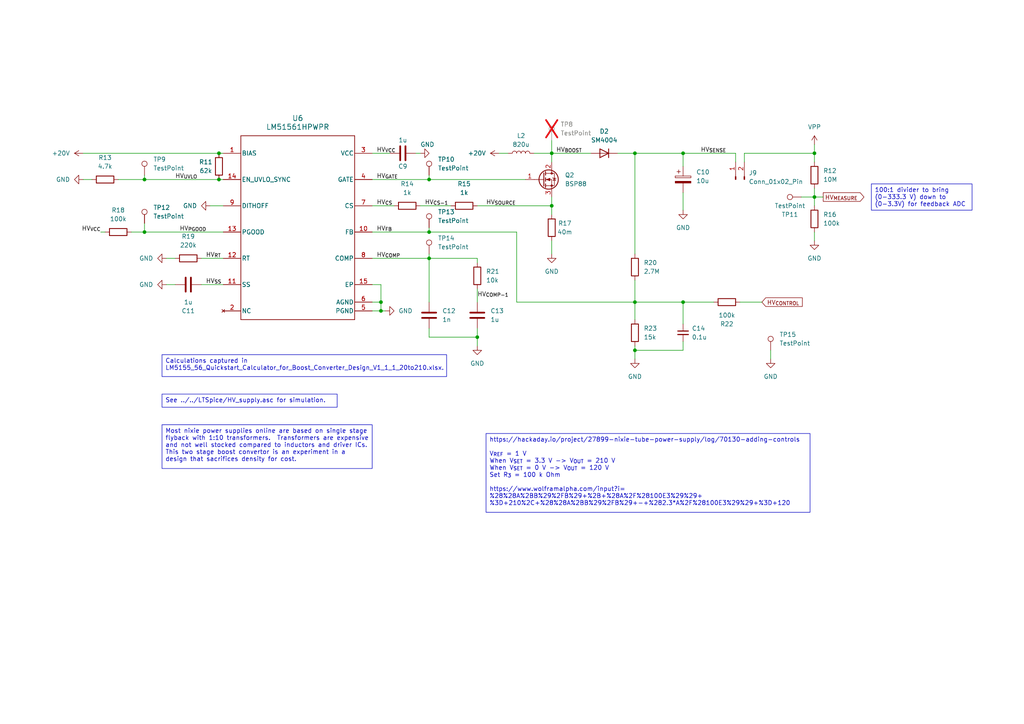
<source format=kicad_sch>
(kicad_sch (version 20230121) (generator eeschema)
  (paper "A4")
  (title_block (title "Nixie Accurate Clock") (rev "A") (company "Paul Willis"))
  (lib_symbols
    (symbol "00_lib:+20V" (power) (pin_names (offset 0)) (in_bom no) (on_board no)
      (property "Value" "+20V" (at 0 3.81 0))
      (symbol "+20V_0_1"
        (polyline (pts (xy -0.762 1.27) (xy 0 2.54)))
        (polyline (pts (xy 0 0) (xy 0 2.54)))
        (polyline (pts (xy 0 2.54) (xy 0.762 1.27)))
      )
      (symbol "+20V_1_1"
        (pin power_in line (at 0 0 90) (length 0) hide (name "+20V") (number "1"))
      )
    )
    (symbol "00_lib:BSP88" (pin_names hide)
      (property "Reference" "Q" (at 5.08 1.905 0))
      (property "Value" "BSP88" (at 5.08 0 0))
      (symbol "BSP88_0_1"
        (polyline (pts (xy 0.254 0) (xy -2.54 0)))
        (polyline (pts (xy 0.254 1.905) (xy 0.254 -1.905)) (stroke (width 0.254)))
        (polyline (pts (xy 0.762 -1.27) (xy 0.762 -2.286)) (stroke (width 0.254)))
        (polyline (pts (xy 0.762 0.508) (xy 0.762 -0.508)) (stroke (width 0.254)))
        (polyline (pts (xy 0.762 2.286) (xy 0.762 1.27)) (stroke (width 0.254)))
        (polyline (pts (xy 2.54 2.54) (xy 2.54 1.778)))
        (polyline (pts (xy 2.54 -2.54) (xy 2.54 0) (xy 0.762 0)))
        (polyline (pts (xy 0.762 -1.778) (xy 3.302 -1.778) (xy 3.302 1.778) (xy 0.762 1.778)))
        (polyline (pts (xy 1.016 0) (xy 2.032 0.381) (xy 2.032 -0.381) (xy 1.016 0)) (fill (type outline)))
        (polyline (pts (xy 2.794 0.508) (xy 2.921 0.381) (xy 3.683 0.381) (xy 3.81 0.254)))
        (polyline (pts (xy 3.302 0.381) (xy 2.921 -0.254) (xy 3.683 -0.254) (xy 3.302 0.381)))
        (circle (center 1.651 0) (radius 2.794) (stroke (width 0.254)))
        (circle (center 2.54 -1.778) (radius 0.254) (fill (type outline)))
        (circle (center 2.54 1.778) (radius 0.254) (fill (type outline)))
      )
      (symbol "BSP88_1_1"
        (pin input line (at -5.08 0 0) (length 2.54) (name "G") (number "1"))
        (pin passive line (at 2.54 5.08 270) (length 2.54) (name "D") (number "2"))
        (pin passive line (at 2.54 -5.08 90) (length 2.54) (name "S") (number "3"))
      )
    )
    (symbol "00_lib:LM51561HPWPR" (pin_names (offset 0.254))
      (property "Reference" "U3" (at 21.59 20.32 0))
      (property "Value" "LM51561HPWPR" (at 21.59 17.78 0))
      (property "Sim.Library" "lib.pretty\\LM5156-Q1_PSPICE_TRANS\\LM5156-Q1_TRANS.LIB" (at 21.59 15.24 0))
      (property "Sim.Name" "LM5156-Q1_TRANS" (at 21.59 12.7 0))
      (property "Sim.Device" "SUBCKT" (at 21.59 10.16 0))
      (property "Sim.Pins" "1=BIAS 3=VCC 5=GND 6=GATE 7=CS 8=COMP 9=DITHOFF 10=FB 11=SS 12=RT 13=PGOOD 14=UVLO_SYNC" (at 21.59 7.62 0))
      (symbol "LM51561HPWPR_0_1"
        (polyline (pts (xy 5.08 -48.26) (xy 38.1 -48.26)) (stroke (width 0.2032)))
        (polyline (pts (xy 5.08 5.08) (xy 5.08 -48.26)) (stroke (width 0.2032)))
        (polyline (pts (xy 38.1 -48.26) (xy 38.1 5.08)) (stroke (width 0.2032)))
        (polyline (pts (xy 38.1 5.08) (xy 5.08 5.08)) (stroke (width 0.2032)))
        (pin power_in line (at 0 0 0) (length 5.08) (name "BIAS") (number "1"))
        (pin input line (at 43.18 -22.86 180) (length 5.08) (name "FB") (number "10"))
        (pin input line (at 0 -38.1 0) (length 5.08) (name "SS") (number "11"))
        (pin input line (at 0 -30.48 0) (length 5.08) (name "RT") (number "12"))
        (pin open_collector line (at 0 -22.86 0) (length 5.08) (name "PGOOD") (number "13"))
        (pin input line (at 0 -7.62 0) (length 5.08) (name "EN_UVLO_SYNC") (number "14"))
        (pin passive line (at 43.18 -38.1 180) (length 5.08) (name "EP") (number "15"))
        (pin no_connect line (at 0 -45.72 0) (length 5.08) (name "NC") (number "2"))
        (pin power_out line (at 43.18 0 180) (length 5.08) (name "VCC") (number "3"))
        (pin output line (at 43.18 -7.62 180) (length 5.08) (name "GATE") (number "4"))
        (pin power_in line (at 43.18 -45.72 180) (length 5.08) (name "PGND") (number "5"))
        (pin power_in line (at 43.18 -43.18 180) (length 5.08) (name "AGND") (number "6"))
        (pin input line (at 43.18 -15.24 180) (length 5.08) (name "CS") (number "7"))
        (pin output line (at 43.18 -30.48 180) (length 5.08) (name "COMP") (number "8"))
        (pin input line (at 0 -15.24 0) (length 5.08) (name "DITHOFF") (number "9"))
      )
    )
    (symbol "Connector:Conn_01x02_Pin" (pin_names (offset 1.016) hide)
      (property "Reference" "J10" (at 1.905 -3.81 90))
      (property "Value" "Conn_01x02_Pin" (at -0.635 -3.81 90))
      (symbol "Conn_01x02_Pin_1_1"
        (polyline (pts (xy 1.27 -2.54) (xy 0.8636 -2.54)) (stroke (width 0.1524)))
        (polyline (pts (xy 1.27 0) (xy 0.8636 0)) (stroke (width 0.1524)))
        (rectangle (start 0.8636 -2.413) (end 0 -2.667) (stroke (width 0.1524)) (fill (type outline)))
        (rectangle (start 0.8636 0.127) (end 0 -0.127) (stroke (width 0.1524)) (fill (type outline)))
        (pin power_in line (at 5.08 0 180) (length 3.81) (name "Pin_1") (number "1"))
        (pin power_out line (at 5.08 -2.54 180) (length 3.81) (name "Pin_2") (number "2"))
      )
    )
    (symbol "Connector:TestPoint" (pin_numbers hide) (pin_names (offset 0.762) hide)
      (property "Reference" "TP" (at 0 6.858 0))
      (property "Value" "TestPoint" (at 0 5.08 0))
      (symbol "TestPoint_0_1"
        (circle (center 0 3.302) (radius 0.762))
      )
      (symbol "TestPoint_1_1"
        (pin passive line (at 0 0 90) (length 2.54) (name "1") (number "1"))
      )
    )
    (symbol "Device:C" (pin_numbers hide) (pin_names (offset 0.254))
      (property "Reference" "C" (at 0.635 2.54 0))
      (property "Value" "C" (at 0.635 -2.54 0))
      (symbol "C_0_1"
        (polyline (pts (xy -2.032 -0.762) (xy 2.032 -0.762)) (stroke (width 0.508)))
        (polyline (pts (xy -2.032 0.762) (xy 2.032 0.762)) (stroke (width 0.508)))
      )
      (symbol "C_1_1"
        (pin passive line (at 0 3.81 270) (length 2.794) (name "~") (number "1"))
        (pin passive line (at 0 -3.81 90) (length 2.794) (name "~") (number "2"))
      )
    )
    (symbol "Device:C_Polarized" (pin_numbers hide) (pin_names (offset 0.254))
      (property "Reference" "C" (at 0.635 2.54 0))
      (property "Value" "C_Polarized" (at 0.635 -2.54 0))
      (symbol "C_Polarized_0_1"
        (rectangle (start -2.286 0.508) (end 2.286 1.016))
        (polyline (pts (xy -1.778 2.286) (xy -0.762 2.286)))
        (polyline (pts (xy -1.27 2.794) (xy -1.27 1.778)))
        (rectangle (start 2.286 -0.508) (end -2.286 -1.016) (fill (type outline)))
      )
      (symbol "C_Polarized_1_1"
        (pin passive line (at 0 3.81 270) (length 2.794) (name "~") (number "1"))
        (pin passive line (at 0 -3.81 90) (length 2.794) (name "~") (number "2"))
      )
    )
    (symbol "Device:C_Small" (pin_numbers hide) (pin_names (offset 0.254) hide)
      (property "Reference" "C18" (at -2.54 1.2637 0))
      (property "Value" "0.1u" (at -2.54 -1.2763 0))
      (symbol "C_Small_0_1"
        (polyline (pts (xy -1.524 -0.508) (xy 1.524 -0.508)) (stroke (width 0.3302)))
        (polyline (pts (xy -1.524 0.508) (xy 1.524 0.508)) (stroke (width 0.3048)))
      )
      (symbol "C_Small_1_1"
        (pin passive line (at 0 2.54 270) (length 2.032) (name "~") (number "1"))
        (pin passive line (at 0 -2.54 90) (length 2.032) (name "~") (number "2"))
      )
    )
    (symbol "Device:L" (pin_numbers hide) (pin_names (offset 1.016) hide)
      (property "Reference" "L" (at -1.27 0 90))
      (property "Value" "L" (at 1.905 0 90))
      (symbol "L_0_1"
        (arc (start 0 -2.54) (mid 0.6323 -1.905) (end 0 -1.27))
        (arc (start 0 -1.27) (mid 0.6323 -0.635) (end 0 0))
        (arc (start 0 0) (mid 0.6323 0.635) (end 0 1.27))
        (arc (start 0 1.27) (mid 0.6323 1.905) (end 0 2.54))
      )
      (symbol "L_1_1"
        (pin passive line (at 0 3.81 270) (length 1.27) (name "1") (number "1"))
        (pin passive line (at 0 -3.81 90) (length 1.27) (name "2") (number "2"))
      )
    )
    (symbol "Device:R" (pin_numbers hide) (pin_names (offset 0))
      (property "Reference" "R" (at 2.032 0 90))
      (property "Value" "R" (at 0 0 90))
      (symbol "R_0_1"
        (rectangle (start -1.016 -2.54) (end 1.016 2.54) (stroke (width 0.254)))
      )
      (symbol "R_1_1"
        (pin passive line (at 0 3.81 270) (length 1.27) (name "~") (number "1"))
        (pin passive line (at 0 -3.81 90) (length 1.27) (name "~") (number "2"))
      )
    )
    (symbol "Diode:SM4004" (pin_numbers hide) (pin_names hide)
      (property "Reference" "D2" (at 0 -6.35 0))
      (property "Value" "SM4004" (at 0 -3.81 0))
      (symbol "SM4004_0_1"
        (polyline (pts (xy -1.27 1.27) (xy -1.27 -1.27)) (stroke (width 0.254)))
        (polyline (pts (xy 1.27 0) (xy -1.27 0)))
        (polyline (pts (xy 1.27 1.27) (xy 1.27 -1.27) (xy -1.27 0) (xy 1.27 1.27)) (stroke (width 0.254)))
      )
      (symbol "SM4004_1_1"
        (pin power_out line (at -3.81 0 0) (length 2.54) (name "K") (number "1"))
        (pin passive line (at 3.81 0 180) (length 2.54) (name "A") (number "2"))
      )
    )
    (symbol "power:GND" (power) (pin_names (offset 0))
      (property "Value" "GND" (at 0 -3.81 0))
      (symbol "GND_0_1"
        (polyline (pts (xy 0 0) (xy 0 -1.27) (xy 1.27 -1.27) (xy 0 -2.54) (xy -1.27 -1.27) (xy 0 -1.27)))
      )
      (symbol "GND_1_1"
        (pin power_in line (at 0 0 270) (length 0) hide (name "GND") (number "1"))
      )
    )
    (symbol "power:VPP" (power) (pin_names (offset 0))
      (property "Value" "VPP" (at 0 3.81 0))
      (symbol "VPP_0_1"
        (polyline (pts (xy -0.762 1.27) (xy 0 2.54)))
        (polyline (pts (xy 0 0) (xy 0 2.54)))
        (polyline (pts (xy 0 2.54) (xy 0.762 1.27)))
      )
      (symbol "VPP_1_1"
        (pin power_in line (at 0 0 90) (length 0) hide (name "VPP") (number "1"))
      )
    )
  )
  (junction (at 63.5 44.45))
  (junction (at 41.91 52.07))
  (junction (at 236.22 44.45))
  (junction (at 110.49 90.17))
  (junction (at 124.46 52.07))
  (junction (at 184.15 101.6))
  (junction (at 198.12 87.63))
  (junction (at 63.5 52.07))
  (junction (at 110.49 87.63))
  (junction (at 160.02 59.69))
  (junction (at 160.02 44.45))
  (junction (at 184.15 87.63))
  (junction (at 138.43 97.79))
  (junction (at 236.22 57.15))
  (junction (at 184.15 44.45))
  (junction (at 41.91 67.31))
  (junction (at 198.12 44.45))
  (junction (at 124.46 67.31))
  (junction (at 124.46 74.93))
  (wire (pts (xy 48.26 74.93) (xy 50.8 74.93)))
  (wire (pts (xy 184.15 87.63) (xy 198.12 87.63)))
  (wire (pts (xy 236.22 44.45) (xy 236.22 46.99)))
  (wire (pts (xy 184.15 87.63) (xy 184.15 92.71)))
  (wire (pts (xy 198.12 44.45) (xy 213.36 44.45)))
  (wire (pts (xy 214.63 87.63) (xy 220.98 87.63)))
  (wire (pts (xy 107.95 74.93) (xy 124.46 74.93)))
  (wire (pts (xy 198.12 44.45) (xy 198.12 48.26)))
  (wire (pts (xy 184.15 44.45) (xy 198.12 44.45)))
  (wire (pts (xy 48.26 82.55) (xy 50.8 82.55)))
  (wire (pts (xy 236.22 41.91) (xy 236.22 44.45)))
  (wire (pts (xy 184.15 101.6) (xy 184.15 100.33)))
  (wire (pts (xy 124.46 67.31) (xy 149.86 67.31)))
  (wire (pts (xy 138.43 87.63) (xy 138.43 83.82)))
  (wire (pts (xy 179.07 44.45) (xy 184.15 44.45)))
  (wire (pts (xy 114.3 59.69) (xy 107.95 59.69)))
  (wire (pts (xy 124.46 97.79) (xy 138.43 97.79)))
  (wire (pts (xy 121.92 44.45) (xy 120.65 44.45)))
  (wire (pts (xy 24.13 44.45) (xy 63.5 44.45)))
  (wire (pts (xy 124.46 52.07) (xy 152.4 52.07)))
  (wire (pts (xy 160.02 40.64) (xy 160.02 44.45)))
  (wire (pts (xy 34.29 52.07) (xy 41.91 52.07)))
  (wire (pts (xy 198.12 99.06) (xy 198.12 101.6)))
  (wire (pts (xy 124.46 74.93) (xy 124.46 87.63)))
  (wire (pts (xy 236.22 54.61) (xy 236.22 57.15)))
  (wire (pts (xy 29.21 67.31) (xy 30.48 67.31)))
  (wire (pts (xy 58.42 82.55) (xy 64.77 82.55)))
  (wire (pts (xy 107.95 44.45) (xy 113.03 44.45)))
  (wire (pts (xy 41.91 67.31) (xy 64.77 67.31)))
  (wire (pts (xy 110.49 90.17) (xy 111.76 90.17)))
  (wire (pts (xy 107.95 90.17) (xy 110.49 90.17)))
  (wire (pts (xy 41.91 52.07) (xy 63.5 52.07)))
  (wire (pts (xy 184.15 104.14) (xy 184.15 101.6)))
  (wire (pts (xy 38.1 67.31) (xy 41.91 67.31)))
  (wire (pts (xy 184.15 73.66) (xy 184.15 44.45)))
  (wire (pts (xy 160.02 73.66) (xy 160.02 69.85)))
  (wire (pts (xy 198.12 87.63) (xy 198.12 93.98)))
  (wire (pts (xy 160.02 44.45) (xy 160.02 46.99)))
  (wire (pts (xy 110.49 82.55) (xy 110.49 87.63)))
  (wire (pts (xy 223.52 104.14) (xy 223.52 101.6)))
  (wire (pts (xy 124.46 73.66) (xy 124.46 74.93)))
  (wire (pts (xy 26.67 52.07) (xy 24.13 52.07)))
  (wire (pts (xy 232.41 57.15) (xy 236.22 57.15)))
  (wire (pts (xy 107.95 82.55) (xy 110.49 82.55)))
  (wire (pts (xy 58.42 74.93) (xy 64.77 74.93)))
  (wire (pts (xy 110.49 87.63) (xy 110.49 90.17)))
  (wire (pts (xy 107.95 87.63) (xy 110.49 87.63)))
  (wire (pts (xy 236.22 57.15) (xy 238.76 57.15)))
  (wire (pts (xy 107.95 67.31) (xy 124.46 67.31)))
  (wire (pts (xy 63.5 52.07) (xy 64.77 52.07)))
  (wire (pts (xy 215.9 46.99) (xy 215.9 44.45)))
  (wire (pts (xy 138.43 76.2) (xy 138.43 74.93)))
  (wire (pts (xy 213.36 46.99) (xy 213.36 44.45)))
  (wire (pts (xy 149.86 67.31) (xy 149.86 87.63)))
  (wire (pts (xy 198.12 87.63) (xy 207.01 87.63)))
  (wire (pts (xy 236.22 67.31) (xy 236.22 69.85)))
  (wire (pts (xy 184.15 81.28) (xy 184.15 87.63)))
  (wire (pts (xy 160.02 59.69) (xy 160.02 62.23)))
  (wire (pts (xy 138.43 97.79) (xy 138.43 100.33)))
  (wire (pts (xy 184.15 101.6) (xy 198.12 101.6)))
  (wire (pts (xy 41.91 64.77) (xy 41.91 67.31)))
  (wire (pts (xy 138.43 59.69) (xy 160.02 59.69)))
  (wire (pts (xy 215.9 44.45) (xy 236.22 44.45)))
  (wire (pts (xy 138.43 95.25) (xy 138.43 97.79)))
  (wire (pts (xy 160.02 57.15) (xy 160.02 59.69)))
  (wire (pts (xy 124.46 95.25) (xy 124.46 97.79)))
  (wire (pts (xy 41.91 50.8) (xy 41.91 52.07)))
  (wire (pts (xy 154.94 44.45) (xy 160.02 44.45)))
  (wire (pts (xy 124.46 74.93) (xy 138.43 74.93)))
  (wire (pts (xy 149.86 87.63) (xy 184.15 87.63)))
  (wire (pts (xy 107.95 52.07) (xy 124.46 52.07)))
  (wire (pts (xy 124.46 50.8) (xy 124.46 52.07)))
  (wire (pts (xy 63.5 44.45) (xy 64.77 44.45)))
  (wire (pts (xy 198.12 55.88) (xy 198.12 60.96)))
  (wire (pts (xy 121.92 59.69) (xy 130.81 59.69)))
  (wire (pts (xy 144.78 44.45) (xy 147.32 44.45)))
  (wire (pts (xy 124.46 66.04) (xy 124.46 67.31)))
  (wire (pts (xy 160.02 44.45) (xy 171.45 44.45)))
  (wire (pts (xy 236.22 57.15) (xy 236.22 59.69)))
  (wire (pts (xy 60.96 59.69) (xy 64.77 59.69)))
  (text_box "100:1 divider to bring (0-333.3 V) down to (0-3.3V) for feedback ADC" (at 252.73 53.34 0) (size 29.21 7.62) (effects (font (size 1.27 1.27)) (justify left top)))
  (text_box "Calculations captured in LM5155_56_Quickstart_Calculator_for_Boost_Converter_Design_V1_1_1_20to210.xlsx." (at 46.99 102.87 0) (size 82.55 6.35) (effects (font (size 1.27 1.27)) (justify left top)))
  (text_box "https://hackaday.io/project/27899-nixie-tube-power-supply/log/70130-adding-controls\n\nV_{REF} = 1 V\nWhen V_{SET} = 3.3 V -> V_{OUT} = 210 V\nWhen V_{SET} = 0 V -> V_{OUT} = 120 V\nSet R_{3} = 100 k Ohm\n\nhttps://www.wolframalpha.com/input?i=\n%28%28A%2BB%29%2FB%29+%2B+%28A%2F%28100E3%29%29+\n%3D+210%2C+%28%28A%2BB%29%2FB%29+-+%282.3*A%2F%28100E3%29%29+%3D+120" (at 140.97 125.73 0) (size 93.98 22.86) (effects (font (size 1.27 1.27)) (justify left top)))
  (text_box "See ../../LTSpice/HV_supply.asc for simulation." (at 46.99 114.3 0) (size 50.8 3.81) (effects (font (size 1.27 1.27)) (justify left top)))
  (text_box "Most nixie power supplies online are based on single stage flyback with 1:10 transformers.  Transformers are expensive and not well stocked compared to inductors and driver ICs.  This two stage boost convertor is an experiment in a design that sacrifices density for cost." (at 46.99 123.19 0) (size 60.96 12.7) (effects (font (size 1.27 1.27)) (justify left top)))
  (label "HV_{COMP-1}" (at 138.43 86.36 0))
  (label "HV_{PGOOD}" (at 52.07 67.31 0))
  (label "HV_{SOURCE}" (at 140.97 59.69 0))
  (label "HV_{VCC}" (at 109.22 44.45 0))
  (label "HV_{CS-1}" (at 123.19 59.69 0))
  (label "HV_{UVLO}" (at 50.8 52.07 0))
  (label "HV_{BOOST}" (at 161.29 44.45 0))
  (label "HV_{RT}" (at 59.69 74.93 0))
  (label "HV_{SS}" (at 59.69 82.55 0))
  (label "HV_{CS}" (at 109.22 59.69 0))
  (label "HV_{SENSE}" (at 203.2 44.45 0))
  (label "HV_{GATE}" (at 109.22 52.07 0))
  (label "HV_{FB}" (at 109.22 67.31 0))
  (label "HV_{VCC}" (at 29.21 67.31 180))
  (label "HV_{COMP}" (at 109.22 74.93 0))
  (global_label "HV_{CONTROL}" (shape input) (at 220.98 87.63 0) (property "Intersheetrefs" "${INTERSHEET_REFS}" (effects hide)))
  (global_label "HV_{MEASURE}" (shape output) (at 238.76 57.15 0) (property "Intersheetrefs" "${INTERSHEET_REFS}" (effects hide)))
  (symbol (lib_id "Device:R") (at 160.02 66.04 0) (mirror y) (unit 1)
    (property "Reference" "R17" (at 163.83 64.77 0))
    (property "Value" "40m" (at 163.83 67.31 0))
    (property "Footprint" "Resistor_SMD:R_0201_0603Metric" (effects hide))
    (property "Datasheet" "https://www.vishay.com/docs/30122/wslp.pdf" (effects hide))
    (property "Model" "WSLP0603R0400FEB" (effects hide))
  )
  (symbol (lib_id "00_lib:+20V") (at 144.78 44.45 90) (unit 1) (in_bom no) (on_board no)
    (property "Reference" "#PWR043" (effects hide))
    (property "Value" "+20V" (at 140.97 44.45 90) (effects (justify left)))
    (property "Sim.Enable" "0" (effects hide))
  )
  (symbol (lib_id "power:GND") (at 111.76 90.17 90) (unit 1)
    (property "Reference" "#PWR051" (effects hide))
    (property "Value" "GND" (at 115.57 90.17 90) (effects (justify right)))
  )
  (symbol (lib_id "power:GND") (at 223.52 104.14 0) (unit 1)
    (property "Reference" "#PWR054" (effects hide))
    (property "Value" "GND" (at 223.52 109.22 0))
  )
  (symbol (lib_id "power:GND") (at 24.13 52.07 270) (unit 1)
    (property "Reference" "#PWR044" (effects hide))
    (property "Value" "GND" (at 20.32 52.07 90) (effects (justify right)))
  )
  (symbol (lib_id "Device:L") (at 151.13 44.45 90) (unit 1)
    (property "Reference" "L2" (at 151.13 39.37 90))
    (property "Value" "820u" (at 151.13 41.91 90))
    (property "Footprint" "00_lib:IND_MSS1583_COC" (effects hide))
    (property "Datasheet" "https://www.coilcraft.com/getmedia/fbfe8ea7-f5d8-4484-859e-2285f427326d/mss1583.pdf" (effects hide))
    (property "Model" "MSS1583-824K" (effects hide))
  )
  (symbol (lib_id "Device:R") (at 30.48 52.07 270) (unit 1)
    (property "Reference" "R13" (at 30.48 45.72 90))
    (property "Value" "4.7k" (at 30.48 48.26 90))
    (property "Footprint" "Resistor_SMD:R_0603_1608Metric" (effects hide))
  )
  (symbol (lib_id "Connector:TestPoint") (at 124.46 66.04 0) (unit 1)
    (property "Reference" "TP13" (at 127 61.468 0) (effects (justify left)))
    (property "Value" "TestPoint" (at 127 64.008 0) (effects (justify left)))
    (property "Footprint" "TestPoint:TestPoint_Loop_D2.54mm_Drill1.5mm_Beaded" (effects hide))
    (property "Datasheet" "https://www.keyelco.com/userAssets/file/M65p56.pdf" (effects hide))
    (property "Model" "5001" (effects hide))
    (property "Sim.Enable" "0" (effects hide))
  )
  (symbol (lib_id "Device:C") (at 124.46 91.44 0) (unit 1)
    (property "Reference" "C12" (at 128.27 90.17 0) (effects (justify left)))
    (property "Value" "1n" (at 128.27 92.71 0) (effects (justify left)))
    (property "Footprint" "Capacitor_SMD:C_0603_1608Metric" (effects hide))
    (property "Sim.Device" "C" (effects hide))
    (property "Sim.Pins" "1=+ 2=-" (effects hide))
  )
  (symbol (lib_id "Device:R") (at 54.61 74.93 90) (unit 1)
    (property "Reference" "R19" (at 54.61 68.58 90))
    (property "Value" "220k" (at 54.61 71.12 90))
    (property "Footprint" "Resistor_SMD:R_0603_1608Metric" (effects hide))
  )
  (symbol (lib_id "power:GND") (at 236.22 69.85 0) (unit 1)
    (property "Reference" "#PWR047" (effects hide))
    (property "Value" "GND" (at 236.22 74.93 0))
  )
  (symbol (lib_id "Device:R") (at 210.82 87.63 90) (mirror x) (unit 1)
    (property "Reference" "R22" (at 210.82 93.98 90))
    (property "Value" "100k" (at 210.82 91.44 90))
    (property "Footprint" "Resistor_SMD:R_0603_1608Metric" (effects hide))
    (property "Sim.Enable" "0" (effects hide))
  )
  (symbol (lib_id "power:GND") (at 184.15 104.14 0) (unit 1)
    (property "Reference" "#PWR053" (effects hide))
    (property "Value" "GND" (at 184.15 109.22 0))
  )
  (symbol (lib_id "Device:R") (at 184.15 96.52 180) (unit 1)
    (property "Reference" "R23" (at 186.69 95.25 0) (effects (justify right)))
    (property "Value" "15k" (at 186.69 97.79 0) (effects (justify right)))
    (property "Footprint" "Resistor_SMD:R_0603_1608Metric" (effects hide))
    (property "Datasheet" "https://www.yageo.com/upload/media/product/app/datasheet/rchip/pyu-rc_group_51_rohs_l.pdf" (effects hide))
    (property "Model" "RC0603FR-071K5L" (effects hide))
  )
  (symbol (lib_id "Device:C") (at 138.43 91.44 0) (unit 1)
    (property "Reference" "C13" (at 142.24 90.17 0) (effects (justify left)))
    (property "Value" "1u" (at 142.24 92.71 0) (effects (justify left)))
    (property "Footprint" "Capacitor_SMD:C_0603_1608Metric" (effects hide))
    (property "Datasheet" "https://mm.digikey.com/Volume0/opasdata/d220001/medias/docus/609/CL10A105KA8NNNC_Spec.pdf" (effects hide))
    (property "Model" "CL10A105KA8NNNC" (effects hide))
    (property "Sim.Device" "C" (effects hide))
    (property "Sim.Pins" "1=+ 2=-" (effects hide))
  )
  (symbol (lib_id "power:GND") (at 198.12 60.96 0) (unit 1)
    (property "Reference" "#PWR046" (effects hide))
    (property "Value" "GND" (at 198.12 66.04 0))
  )
  (symbol (lib_id "Connector:TestPoint") (at 160.02 40.64 0) (unit 1) (dnp yes)
    (property "Reference" "TP8" (at 162.56 36.068 0) (effects (justify left)))
    (property "Value" "TestPoint" (at 162.56 38.608 0) (effects (justify left)))
    (property "Footprint" "TestPoint:TestPoint_Loop_D2.54mm_Drill1.5mm_Beaded" (effects hide))
    (property "Datasheet" "https://www.keyelco.com/userAssets/file/M65p56.pdf" (effects hide))
    (property "Model" "5001" (effects hide))
    (property "Sim.Enable" "0" (effects hide))
  )
  (symbol (lib_id "power:GND") (at 160.02 73.66 0) (unit 1)
    (property "Reference" "#PWR048" (effects hide))
    (property "Value" "GND" (at 160.02 78.74 0))
  )
  (symbol (lib_id "Device:R") (at 63.5 48.26 180) (unit 1)
    (property "Reference" "R11" (at 59.69 46.99 0))
    (property "Value" "62k" (at 59.69 49.53 0))
    (property "Footprint" "Resistor_SMD:R_0201_0603Metric" (effects hide))
    (property "Datasheet" "https://www.seielect.com/catalog/sei-rmcf_rmcp.pdf" (effects hide))
    (property "Model" "RMCF0603FT62K0" (effects hide))
  )
  (symbol (lib_id "power:GND") (at 48.26 74.93 270) (unit 1)
    (property "Reference" "#PWR049" (effects hide))
    (property "Value" "GND" (at 44.45 74.93 90) (effects (justify right)))
  )
  (symbol (lib_id "Diode:SM4004") (at 175.26 44.45 180) (unit 1)
    (property "Reference" "D2" (at 175.26 38.1 0))
    (property "Value" "SM4004" (at 175.26 40.64 0))
    (property "Footprint" "Diode_SMD:D_MELF" (effects hide))
    (property "Datasheet" "http://cdn-reichelt.de/documents/datenblatt/A400/SMD1N400%23DIO.pdf" (effects hide))
    (property "Sim.Device" "D" (effects hide))
    (property "Sim.Pins" "1=K 2=A" (effects hide))
  )
  (symbol (lib_id "power:GND") (at 48.26 82.55 270) (unit 1)
    (property "Reference" "#PWR050" (effects hide))
    (property "Value" "GND" (at 44.45 82.55 90) (effects (justify right)))
  )
  (symbol (lib_id "Device:R") (at 34.29 67.31 270) (unit 1)
    (property "Reference" "R18" (at 34.29 60.96 90))
    (property "Value" "100k" (at 34.29 63.5 90))
    (property "Footprint" "Resistor_SMD:R_0603_1608Metric" (effects hide))
  )
  (symbol (lib_id "Device:C_Small") (at 198.12 96.52 0) (mirror y) (unit 1)
    (property "Reference" "C14" (at 200.66 95.2563 0) (effects (justify right)))
    (property "Value" "0.1u" (at 200.66 97.7963 0) (effects (justify right)))
    (property "Footprint" "Capacitor_SMD:C_0603_1608Metric" (effects hide))
    (property "Sim.Enable" "0" (effects hide))
  )
  (symbol (lib_id "Connector:TestPoint") (at 41.91 64.77 0) (unit 1)
    (property "Reference" "TP12" (at 44.45 60.198 0) (effects (justify left)))
    (property "Value" "TestPoint" (at 44.45 62.738 0) (effects (justify left)))
    (property "Footprint" "TestPoint:TestPoint_Loop_D2.54mm_Drill1.5mm_Beaded" (effects hide))
    (property "Datasheet" "https://www.keyelco.com/userAssets/file/M65p56.pdf" (effects hide))
    (property "Model" "5001" (effects hide))
    (property "Sim.Enable" "0" (effects hide))
  )
  (symbol (lib_id "Device:R") (at 236.22 50.8 0) (unit 1)
    (property "Reference" "R12" (at 238.76 49.53 0) (effects (justify left)))
    (property "Value" "10M" (at 238.76 52.07 0) (effects (justify left)))
    (property "Footprint" "Resistor_SMD:R_0603_1608Metric" (effects hide))
    (property "Sim.Enable" "0" (effects hide))
  )
  (symbol (lib_id "Connector:TestPoint") (at 223.52 101.6 0) (unit 1)
    (property "Reference" "TP15" (at 226.06 97.028 0) (effects (justify left)))
    (property "Value" "TestPoint" (at 226.06 99.568 0) (effects (justify left)))
    (property "Footprint" "TestPoint:TestPoint_Loop_D2.54mm_Drill1.5mm_Beaded" (effects hide))
    (property "Datasheet" "https://www.keyelco.com/userAssets/file/M65p56.pdf" (effects hide))
    (property "Model" "5001" (effects hide))
    (property "Sim.Enable" "0" (effects hide))
  )
  (symbol (lib_id "Connector:TestPoint") (at 41.91 50.8 0) (unit 1)
    (property "Reference" "TP9" (at 44.45 46.228 0) (effects (justify left)))
    (property "Value" "TestPoint" (at 44.45 48.768 0) (effects (justify left)))
    (property "Footprint" "TestPoint:TestPoint_Loop_D2.54mm_Drill1.5mm_Beaded" (effects hide))
    (property "Datasheet" "https://www.keyelco.com/userAssets/file/M65p56.pdf" (effects hide))
    (property "Model" "5001" (effects hide))
    (property "Sim.Enable" "0" (effects hide))
  )
  (symbol (lib_id "power:GND") (at 60.96 59.69 270) (unit 1)
    (property "Reference" "#PWR045" (effects hide))
    (property "Value" "GND" (at 57.15 59.69 90) (effects (justify right)))
  )
  (symbol (lib_id "00_lib:LM51561HPWPR") (at 64.77 44.45 0) (unit 1)
    (property "Reference" "U6" (at 86.36 34.29 0) (effects (font (size 1.524 1.524))))
    (property "Value" "LM51561HPWPR" (at 86.36 36.83 0) (effects (font (size 1.524 1.524))))
    (property "Footprint" "00_lib:PWP0014H-IPC_C" (effects hide))
    (property "Datasheet" "LM51561HPWPR" (effects hide))
  )
  (symbol (lib_id "Connector:TestPoint") (at 232.41 57.15 90) (mirror x) (unit 1)
    (property "Reference" "TP11" (at 229.108 62.23 90))
    (property "Value" "TestPoint" (at 229.108 59.69 90))
    (property "Footprint" "TestPoint:TestPoint_Loop_D2.54mm_Drill1.5mm_Beaded" (effects hide))
    (property "Datasheet" "https://www.keyelco.com/userAssets/file/M65p56.pdf" (effects hide))
    (property "Model" "5001" (effects hide))
    (property "Sim.Enable" "0" (effects hide))
  )
  (symbol (lib_id "Device:R") (at 138.43 80.01 0) (unit 1)
    (property "Reference" "R21" (at 140.97 78.74 0) (effects (justify left)))
    (property "Value" "10k" (at 140.97 81.28 0) (effects (justify left)))
    (property "Footprint" "Resistor_SMD:R_0603_1608Metric" (effects hide))
  )
  (symbol (lib_id "power:GND") (at 121.92 44.45 90) (unit 1)
    (property "Reference" "#PWR042" (effects hide))
    (property "Value" "GND" (at 121.92 41.91 90) (effects (justify right)))
  )
  (symbol (lib_id "Connector:Conn_01x02_Pin") (at 213.36 52.07 90) (unit 1)
    (property "Reference" "J9" (at 217.17 50.165 90) (effects (justify right)))
    (property "Value" "Conn_01x02_Pin" (at 217.17 52.705 90) (effects (justify right)))
    (property "Footprint" "Connector_PinHeader_2.54mm:PinHeader_1x02_P2.54mm_Vertical" (effects hide))
    (property "Sim.Enable" "0" (effects hide))
  )
  (symbol (lib_id "Device:R") (at 184.15 77.47 180) (unit 1)
    (property "Reference" "R20" (at 186.69 76.2 0) (effects (justify right)))
    (property "Value" "2.7M" (at 186.69 78.74 0) (effects (justify right)))
    (property "Footprint" "Resistor_SMD:R_0603_1608Metric" (effects hide))
    (property "Datasheet" "https://www.yageo.com/upload/media/product/app/datasheet/rchip/pyu-rc_group_51_rohs_l.pdf" (effects hide))
    (property "Model" "RC0603JR-072M7L" (effects hide))
  )
  (symbol (lib_id "Connector:TestPoint") (at 124.46 73.66 0) (unit 1)
    (property "Reference" "TP14" (at 127 69.088 0) (effects (justify left)))
    (property "Value" "TestPoint" (at 127 71.628 0) (effects (justify left)))
    (property "Footprint" "TestPoint:TestPoint_Loop_D2.54mm_Drill1.5mm_Beaded" (effects hide))
    (property "Datasheet" "https://www.keyelco.com/userAssets/file/M65p56.pdf" (effects hide))
    (property "Model" "5001" (effects hide))
    (property "Sim.Enable" "0" (effects hide))
  )
  (symbol (lib_id "Connector:TestPoint") (at 124.46 50.8 0) (unit 1)
    (property "Reference" "TP10" (at 127 46.228 0) (effects (justify left)))
    (property "Value" "TestPoint" (at 127 48.768 0) (effects (justify left)))
    (property "Footprint" "TestPoint:TestPoint_Loop_D2.54mm_Drill1.5mm_Beaded" (effects hide))
    (property "Datasheet" "https://www.keyelco.com/userAssets/file/M65p56.pdf" (effects hide))
    (property "Model" "5001" (effects hide))
    (property "Sim.Enable" "0" (effects hide))
  )
  (symbol (lib_id "Device:C_Polarized") (at 198.12 52.07 0) (unit 1)
    (property "Reference" "C10" (at 201.93 49.911 0) (effects (justify left)))
    (property "Value" "10u" (at 201.93 52.451 0) (effects (justify left)))
    (property "Footprint" "Capacitor_THT:CP_Radial_D10.0mm_P5.00mm" (effects hide))
    (property "Datasheet" "https://www.nichicon.co.jp/english/products/pdfs/e-uvc.pdf" (effects hide))
    (property "Model" "UVC2G100MPD1TD" (effects hide))
    (property "Sim.Device" "C" (effects hide))
    (property "Sim.Pins" "1=+ 2=-" (effects hide))
  )
  (symbol (lib_id "Device:R") (at 236.22 63.5 0) (unit 1)
    (property "Reference" "R16" (at 238.76 62.23 0) (effects (justify left)))
    (property "Value" "100k" (at 238.76 64.77 0) (effects (justify left)))
    (property "Footprint" "Resistor_SMD:R_0603_1608Metric" (effects hide))
    (property "Sim.Enable" "0" (effects hide))
  )
  (symbol (lib_id "Device:R") (at 134.62 59.69 90) (unit 1)
    (property "Reference" "R15" (at 134.62 53.34 90))
    (property "Value" "1k" (at 134.62 55.88 90))
    (property "Footprint" "Resistor_SMD:R_0201_0603Metric" (effects hide))
    (property "Sim.Enable" "0" (effects hide))
  )
  (symbol (lib_id "Device:R") (at 118.11 59.69 90) (unit 1)
    (property "Reference" "R14" (at 118.11 53.34 90))
    (property "Value" "1k" (at 118.11 55.88 90))
    (property "Footprint" "Resistor_SMD:R_0201_0603Metric" (effects hide))
    (property "Sim.Enable" "0" (effects hide))
  )
  (symbol (lib_id "Device:C") (at 116.84 44.45 90) (mirror x) (unit 1)
    (property "Reference" "C9" (at 116.84 48.26 90))
    (property "Value" "1u" (at 116.84 40.64 90))
    (property "Footprint" "Capacitor_SMD:C_0603_1608Metric" (effects hide))
    (property "Datasheet" "https://mm.digikey.com/Volume0/opasdata/d220001/medias/docus/609/CL10A105KA8NNNC_Spec.pdf" (effects hide))
    (property "Model" "CL10A105KA8NNNC" (effects hide))
    (property "Sim.Device" "C" (effects hide))
    (property "Sim.Pins" "1=+ 2=-" (effects hide))
  )
  (symbol (lib_id "power:GND") (at 138.43 100.33 0) (unit 1)
    (property "Reference" "#PWR052" (effects hide))
    (property "Value" "GND" (at 138.43 105.41 0))
  )
  (symbol (lib_id "Device:C") (at 54.61 82.55 90) (mirror x) (unit 1)
    (property "Reference" "C11" (at 54.61 90.17 90))
    (property "Value" "1u" (at 54.61 87.63 90))
    (property "Footprint" "Capacitor_SMD:C_0603_1608Metric" (effects hide))
    (property "Datasheet" "https://mm.digikey.com/Volume0/opasdata/d220001/medias/docus/609/CL10A105KA8NNNC_Spec.pdf" (effects hide))
    (property "Model" "CL10A105KA8NNNC" (effects hide))
    (property "Sim.Device" "C" (effects hide))
    (property "Sim.Pins" "1=+ 2=-" (effects hide))
  )
  (symbol (lib_id "00_lib:BSP88") (at 157.48 52.07 0) (unit 1)
    (property "Reference" "Q2" (at 163.83 50.8 0) (effects (justify left)))
    (property "Value" "BSP88" (at 163.83 53.34 0) (effects (justify left)))
    (property "Footprint" "Package_TO_SOT_SMD:SOT-223-3_TabPin2" (effects hide))
    (property "Datasheet" "https://www.infineon.com/dgdl/Infineon-BSP88-DS-v02_02-en.pdf?fileId=db3a30433b47825b013b4b657acf0ca8" (effects hide))
  )
  (symbol (lib_id "power:VPP") (at 236.22 41.91 0) (unit 1)
    (property "Reference" "#PWR040" (effects hide))
    (property "Value" "VPP" (at 236.22 36.83 0))
    (property "Sim.Enable" "0" (effects hide))
  )
  (symbol (lib_id "00_lib:+20V") (at 24.13 44.45 90) (unit 1) (in_bom no) (on_board no)
    (property "Reference" "#PWR041" (effects hide))
    (property "Value" "+20V" (at 20.32 44.45 90) (effects (justify left)))
    (property "Sim.Enable" "0" (effects hide))
  )
)
</source>
